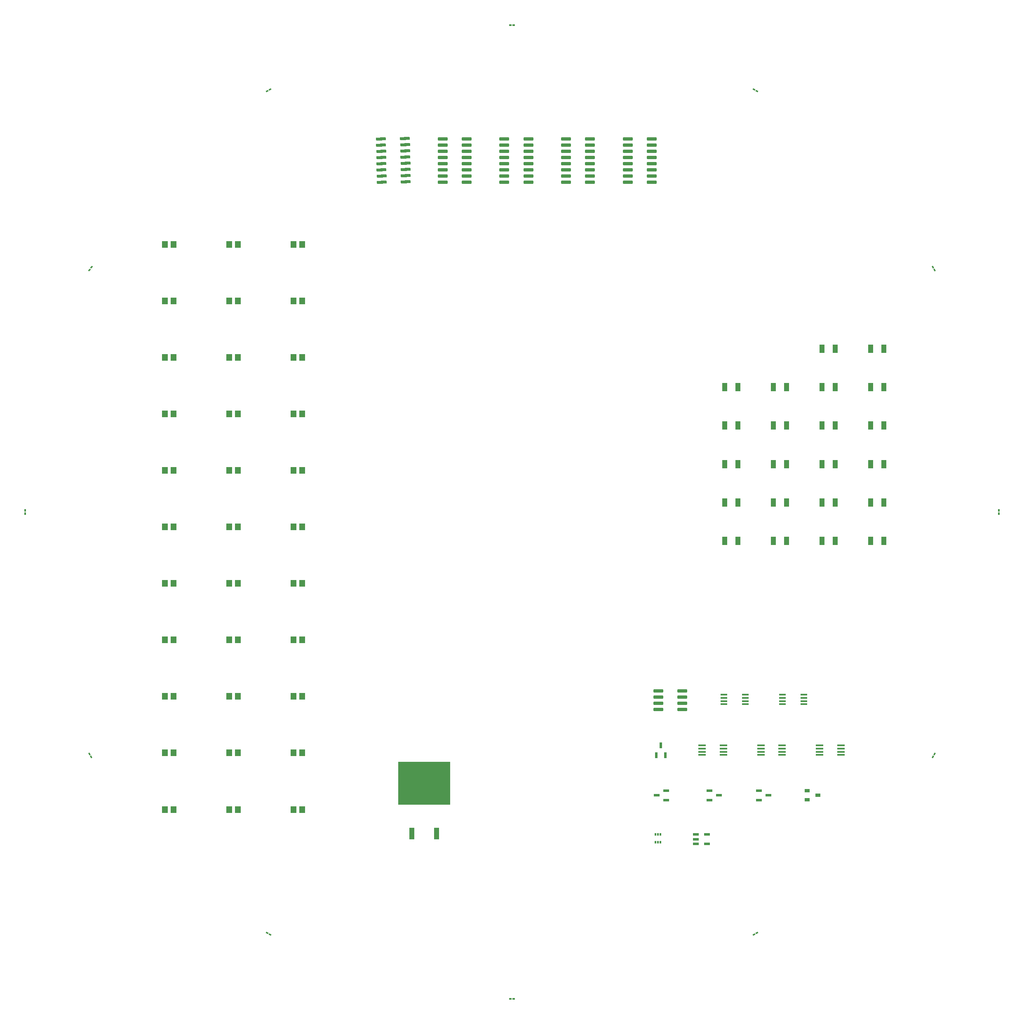
<source format=gtp>
G04*
G04 #@! TF.GenerationSoftware,Altium Limited,Altium Designer,20.2.3 (150)*
G04*
G04 Layer_Color=8421504*
%FSLAX25Y25*%
%MOIN*%
G70*
G04*
G04 #@! TF.SameCoordinates,FEBEBD62-9BCC-4C60-8B63-8EF99F169A48*
G04*
G04*
G04 #@! TF.FilePolarity,Positive*
G04*
G01*
G75*
%ADD16R,0.01260X0.02205*%
G04:AMPARAMS|DCode=17|XSize=77.56mil|YSize=23.62mil|CornerRadius=2.95mil|HoleSize=0mil|Usage=FLASHONLY|Rotation=180.000|XOffset=0mil|YOffset=0mil|HoleType=Round|Shape=RoundedRectangle|*
%AMROUNDEDRECTD17*
21,1,0.07756,0.01772,0,0,180.0*
21,1,0.07165,0.02362,0,0,180.0*
1,1,0.00591,-0.03583,0.00886*
1,1,0.00591,0.03583,0.00886*
1,1,0.00591,0.03583,-0.00886*
1,1,0.00591,-0.03583,-0.00886*
%
%ADD17ROUNDEDRECTD17*%
%ADD18R,0.05000X0.02200*%
%ADD19R,0.05900X0.01700*%
%ADD20R,0.05500X0.01700*%
G04:AMPARAMS|DCode=21|XSize=49.61mil|YSize=23.23mil|CornerRadius=2.9mil|HoleSize=0mil|Usage=FLASHONLY|Rotation=0.000|XOffset=0mil|YOffset=0mil|HoleType=Round|Shape=RoundedRectangle|*
%AMROUNDEDRECTD21*
21,1,0.04961,0.01742,0,0,0.0*
21,1,0.04380,0.02323,0,0,0.0*
1,1,0.00581,0.02190,-0.00871*
1,1,0.00581,-0.02190,-0.00871*
1,1,0.00581,-0.02190,0.00871*
1,1,0.00581,0.02190,0.00871*
%
%ADD21ROUNDEDRECTD21*%
G04:AMPARAMS|DCode=22|XSize=49.61mil|YSize=23.23mil|CornerRadius=2.9mil|HoleSize=0mil|Usage=FLASHONLY|Rotation=90.000|XOffset=0mil|YOffset=0mil|HoleType=Round|Shape=RoundedRectangle|*
%AMROUNDEDRECTD22*
21,1,0.04961,0.01742,0,0,90.0*
21,1,0.04380,0.02323,0,0,90.0*
1,1,0.00581,0.00871,0.02190*
1,1,0.00581,0.00871,-0.02190*
1,1,0.00581,-0.00871,-0.02190*
1,1,0.00581,-0.00871,0.02190*
%
%ADD22ROUNDEDRECTD22*%
G04:AMPARAMS|DCode=23|XSize=42.91mil|YSize=24.02mil|CornerRadius=3mil|HoleSize=0mil|Usage=FLASHONLY|Rotation=0.000|XOffset=0mil|YOffset=0mil|HoleType=Round|Shape=RoundedRectangle|*
%AMROUNDEDRECTD23*
21,1,0.04291,0.01801,0,0,0.0*
21,1,0.03691,0.02402,0,0,0.0*
1,1,0.00600,0.01846,-0.00901*
1,1,0.00600,-0.01846,-0.00901*
1,1,0.00600,-0.01846,0.00901*
1,1,0.00600,0.01846,0.00901*
%
%ADD23ROUNDEDRECTD23*%
%ADD24R,0.04331X0.06693*%
%ADD25R,0.04724X0.05512*%
G04:AMPARAMS|DCode=26|XSize=77.56mil|YSize=23.62mil|CornerRadius=2.95mil|HoleSize=0mil|Usage=FLASHONLY|Rotation=180.044|XOffset=0mil|YOffset=0mil|HoleType=Round|Shape=RoundedRectangle|*
%AMROUNDEDRECTD26*
21,1,0.07756,0.01772,0,0,180.0*
21,1,0.07165,0.02362,0,0,180.0*
1,1,0.00591,-0.03583,0.00883*
1,1,0.00591,0.03582,0.00889*
1,1,0.00591,0.03583,-0.00883*
1,1,0.00591,-0.03582,-0.00889*
%
%ADD26ROUNDEDRECTD26*%
%ADD27R,0.04134X0.09449*%
%ADD28R,0.41929X0.35039*%
G04:AMPARAMS|DCode=29|XSize=77.56mil|YSize=23.62mil|CornerRadius=2.95mil|HoleSize=0mil|Usage=FLASHONLY|Rotation=181.033|XOffset=0mil|YOffset=0mil|HoleType=Round|Shape=RoundedRectangle|*
%AMROUNDEDRECTD29*
21,1,0.07756,0.01772,0,0,181.0*
21,1,0.07165,0.02362,0,0,181.0*
1,1,0.00591,-0.03598,0.00821*
1,1,0.00591,0.03566,0.00950*
1,1,0.00591,0.03598,-0.00821*
1,1,0.00591,-0.03566,-0.00950*
%
%ADD29ROUNDEDRECTD29*%
G04:AMPARAMS|DCode=30|XSize=11.81mil|YSize=19.68mil|CornerRadius=0mil|HoleSize=0mil|Usage=FLASHONLY|Rotation=179.227|XOffset=0mil|YOffset=0mil|HoleType=Round|Shape=Rectangle|*
%AMROTATEDRECTD30*
4,1,4,0.00604,0.00976,0.00577,-0.00992,-0.00604,-0.00976,-0.00577,0.00992,0.00604,0.00976,0.0*
%
%ADD30ROTATEDRECTD30*%

%ADD31R,0.01968X0.01181*%
G04:AMPARAMS|DCode=32|XSize=11.81mil|YSize=19.68mil|CornerRadius=0mil|HoleSize=0mil|Usage=FLASHONLY|Rotation=239.828|XOffset=0mil|YOffset=0mil|HoleType=Round|Shape=Rectangle|*
%AMROTATEDRECTD32*
4,1,4,-0.00554,0.01005,0.01148,0.00016,0.00554,-0.01005,-0.01148,-0.00016,-0.00554,0.01005,0.0*
%
%ADD32ROTATEDRECTD32*%

G04:AMPARAMS|DCode=33|XSize=11.81mil|YSize=19.68mil|CornerRadius=0mil|HoleSize=0mil|Usage=FLASHONLY|Rotation=300.000|XOffset=0mil|YOffset=0mil|HoleType=Round|Shape=Rectangle|*
%AMROTATEDRECTD33*
4,1,4,-0.01148,0.00019,0.00557,0.01004,0.01148,-0.00019,-0.00557,-0.01004,-0.01148,0.00019,0.0*
%
%ADD33ROTATEDRECTD33*%

G04:AMPARAMS|DCode=34|XSize=11.81mil|YSize=19.68mil|CornerRadius=0mil|HoleSize=0mil|Usage=FLASHONLY|Rotation=143.067|XOffset=0mil|YOffset=0mil|HoleType=Round|Shape=Rectangle|*
%AMROTATEDRECTD34*
4,1,4,0.01064,0.00432,-0.00119,-0.01142,-0.01064,-0.00432,0.00119,0.01142,0.01064,0.00432,0.0*
%
%ADD34ROTATEDRECTD34*%

G04:AMPARAMS|DCode=35|XSize=11.81mil|YSize=19.68mil|CornerRadius=0mil|HoleSize=0mil|Usage=FLASHONLY|Rotation=0.225|XOffset=0mil|YOffset=0mil|HoleType=Round|Shape=Rectangle|*
%AMROTATEDRECTD35*
4,1,4,-0.00587,-0.00987,-0.00594,0.00982,0.00587,0.00987,0.00594,-0.00982,-0.00587,-0.00987,0.0*
%
%ADD35ROTATEDRECTD35*%

G04:AMPARAMS|DCode=36|XSize=11.81mil|YSize=19.68mil|CornerRadius=0mil|HoleSize=0mil|Usage=FLASHONLY|Rotation=29.737|XOffset=0mil|YOffset=0mil|HoleType=Round|Shape=Rectangle|*
%AMROTATEDRECTD36*
4,1,4,-0.00025,-0.01148,-0.01001,0.00562,0.00025,0.01148,0.01001,-0.00562,-0.00025,-0.01148,0.0*
%
%ADD36ROTATEDRECTD36*%

G04:AMPARAMS|DCode=37|XSize=11.81mil|YSize=19.68mil|CornerRadius=0mil|HoleSize=0mil|Usage=FLASHONLY|Rotation=150.000|XOffset=0mil|YOffset=0mil|HoleType=Round|Shape=Rectangle|*
%AMROTATEDRECTD37*
4,1,4,0.01004,0.00557,0.00019,-0.01148,-0.01004,-0.00557,-0.00019,0.01148,0.01004,0.00557,0.0*
%
%ADD37ROTATEDRECTD37*%

D16*
X553064Y166179D02*
D03*
X549127Y172360D02*
D03*
X551096D02*
D03*
X553064D02*
D03*
X551096Y166179D02*
D03*
X549127D02*
D03*
D17*
X551289Y273442D02*
D03*
Y278442D02*
D03*
Y283442D02*
D03*
Y288442D02*
D03*
X570738D02*
D03*
Y283442D02*
D03*
Y278442D02*
D03*
Y273442D02*
D03*
X526587Y699742D02*
D03*
X526587Y704742D02*
D03*
X526587Y709742D02*
D03*
Y714742D02*
D03*
Y719742D02*
D03*
Y724742D02*
D03*
Y729742D02*
D03*
Y734742D02*
D03*
X546075D02*
D03*
X546076Y729742D02*
D03*
Y724742D02*
D03*
Y719742D02*
D03*
Y714742D02*
D03*
Y709742D02*
D03*
Y704742D02*
D03*
Y699742D02*
D03*
X426800Y699742D02*
D03*
Y704742D02*
D03*
Y709742D02*
D03*
Y714742D02*
D03*
Y719742D02*
D03*
Y724742D02*
D03*
Y729742D02*
D03*
Y734742D02*
D03*
X446288D02*
D03*
Y729742D02*
D03*
Y724742D02*
D03*
X446288Y719742D02*
D03*
X446288Y714742D02*
D03*
Y709742D02*
D03*
Y704742D02*
D03*
Y699742D02*
D03*
X476694Y699742D02*
D03*
X476694Y704742D02*
D03*
X476694Y709742D02*
D03*
X476694Y714742D02*
D03*
X476694Y719742D02*
D03*
Y724742D02*
D03*
Y729742D02*
D03*
Y734742D02*
D03*
X496182D02*
D03*
Y729742D02*
D03*
Y724742D02*
D03*
Y719742D02*
D03*
X496182Y714742D02*
D03*
Y709742D02*
D03*
Y704742D02*
D03*
Y699742D02*
D03*
D18*
X590703Y172362D02*
D03*
Y164762D02*
D03*
X581703D02*
D03*
Y168562D02*
D03*
Y172362D02*
D03*
D19*
X681850Y236729D02*
D03*
Y239229D02*
D03*
Y241829D02*
D03*
Y244329D02*
D03*
X699050D02*
D03*
Y241829D02*
D03*
Y239229D02*
D03*
Y236729D02*
D03*
X634328D02*
D03*
Y239229D02*
D03*
Y241829D02*
D03*
Y244329D02*
D03*
X651528D02*
D03*
Y241829D02*
D03*
Y239229D02*
D03*
Y236729D02*
D03*
X586806D02*
D03*
Y239229D02*
D03*
Y241829D02*
D03*
Y244329D02*
D03*
X604006D02*
D03*
Y241829D02*
D03*
Y239229D02*
D03*
Y236729D02*
D03*
D20*
X621879Y285326D02*
D03*
Y282767D02*
D03*
Y280208D02*
D03*
Y277649D02*
D03*
X604479D02*
D03*
Y280208D02*
D03*
Y282767D02*
D03*
Y285326D02*
D03*
X669201D02*
D03*
Y282767D02*
D03*
Y280208D02*
D03*
Y277649D02*
D03*
X651801D02*
D03*
Y280208D02*
D03*
Y282767D02*
D03*
Y285326D02*
D03*
D21*
X640528Y203896D02*
D03*
X632811Y200155D02*
D03*
Y207636D02*
D03*
X549892Y203896D02*
D03*
X557608Y207636D02*
D03*
Y200155D02*
D03*
X600522Y203896D02*
D03*
X592805Y200155D02*
D03*
Y207636D02*
D03*
D22*
X553423Y244249D02*
D03*
X557163Y236532D02*
D03*
X549682D02*
D03*
D23*
X671873Y200392D02*
D03*
X680298Y203994D02*
D03*
X671873Y207596D02*
D03*
D24*
X733708Y409652D02*
D03*
X723078D02*
D03*
X694325D02*
D03*
X683695D02*
D03*
X654943D02*
D03*
X644313D02*
D03*
X615560D02*
D03*
X604930D02*
D03*
X733708Y440767D02*
D03*
X723078D02*
D03*
X694325D02*
D03*
X683695D02*
D03*
X654942D02*
D03*
X644313D02*
D03*
X615560D02*
D03*
X604930D02*
D03*
X733708Y471882D02*
D03*
X723078D02*
D03*
X694325D02*
D03*
X683695D02*
D03*
X654943D02*
D03*
X644313D02*
D03*
X615560D02*
D03*
X604930D02*
D03*
X733708Y502997D02*
D03*
X723078D02*
D03*
X694325D02*
D03*
X683695D02*
D03*
X654943D02*
D03*
X644313D02*
D03*
X615560D02*
D03*
X604930D02*
D03*
X733708Y534112D02*
D03*
X723078D02*
D03*
X694325D02*
D03*
X683695D02*
D03*
X654942D02*
D03*
X644312D02*
D03*
X615560D02*
D03*
X604930D02*
D03*
X733708Y565226D02*
D03*
X723078D02*
D03*
X694325D02*
D03*
X683695D02*
D03*
D25*
X159536Y649372D02*
D03*
X152450Y649372D02*
D03*
X211517Y649372D02*
D03*
X204431Y649372D02*
D03*
X263498D02*
D03*
X256412Y649372D02*
D03*
X159536Y603690D02*
D03*
X152450D02*
D03*
X211517D02*
D03*
X204431D02*
D03*
X263498D02*
D03*
X256412D02*
D03*
X159536Y558008D02*
D03*
X152450D02*
D03*
X211517D02*
D03*
X204431D02*
D03*
X263498D02*
D03*
X256412D02*
D03*
X159536Y512326D02*
D03*
X152450D02*
D03*
X211517D02*
D03*
X204431D02*
D03*
X263498D02*
D03*
X256412D02*
D03*
X159536Y466644D02*
D03*
X152450D02*
D03*
X211517D02*
D03*
X204431D02*
D03*
X263498D02*
D03*
X256412D02*
D03*
X159536Y420962D02*
D03*
X152450D02*
D03*
X211517D02*
D03*
X204431D02*
D03*
X263498D02*
D03*
X256412D02*
D03*
X152450Y375281D02*
D03*
X159536D02*
D03*
X211517D02*
D03*
X204431D02*
D03*
X263498D02*
D03*
X256412D02*
D03*
X159536Y329599D02*
D03*
X152450D02*
D03*
X211517D02*
D03*
X204431D02*
D03*
X263498D02*
D03*
X256412D02*
D03*
X159536Y283917D02*
D03*
X152450D02*
D03*
X211517D02*
D03*
X204431D02*
D03*
X263498D02*
D03*
X256412D02*
D03*
X159536Y238235D02*
D03*
X152450D02*
D03*
X211517D02*
D03*
X204431D02*
D03*
X263498D02*
D03*
X256412D02*
D03*
X159536Y192553D02*
D03*
X152450D02*
D03*
X211517D02*
D03*
X204431D02*
D03*
X263498D02*
D03*
X256412D02*
D03*
D26*
X376936Y699745D02*
D03*
X376932Y704745D02*
D03*
X376928Y709745D02*
D03*
X376925Y714745D02*
D03*
X376921Y719745D02*
D03*
X376917Y724745D02*
D03*
X376913Y729745D02*
D03*
X376909Y734745D02*
D03*
X396397Y734760D02*
D03*
X396401Y729760D02*
D03*
X396405Y724760D02*
D03*
X396409Y719760D02*
D03*
X396413Y714760D02*
D03*
X396416Y709760D02*
D03*
X396420Y704760D02*
D03*
X396424Y699760D02*
D03*
D27*
X352017Y173128D02*
D03*
X372017D02*
D03*
D28*
X362017Y213876D02*
D03*
D29*
X327692Y699819D02*
D03*
X327602Y704818D02*
D03*
X327512Y709817D02*
D03*
X327422Y714816D02*
D03*
X327332Y719815D02*
D03*
X327241Y724814D02*
D03*
X327151Y729814D02*
D03*
X327061Y734813D02*
D03*
X346546Y735164D02*
D03*
X346636Y730165D02*
D03*
X346726Y725166D02*
D03*
X346817Y720167D02*
D03*
X346907Y715167D02*
D03*
X346997Y710168D02*
D03*
X347087Y705169D02*
D03*
X347177Y700170D02*
D03*
D30*
X826790Y434449D02*
D03*
X826753Y431693D02*
D03*
D31*
X431693Y826772D02*
D03*
X434449Y826772D02*
D03*
Y39370D02*
D03*
X431693D02*
D03*
D32*
X628730Y774718D02*
D03*
X631113Y773333D02*
D03*
X237414Y91427D02*
D03*
X235027Y92805D02*
D03*
D33*
Y773337D02*
D03*
X237414Y774715D02*
D03*
X631115Y92805D02*
D03*
X628728Y91427D02*
D03*
D34*
X92985Y630971D02*
D03*
X91329Y628768D02*
D03*
D35*
X39375Y431693D02*
D03*
X39364Y434449D02*
D03*
D36*
X92799Y235024D02*
D03*
X91432Y237417D02*
D03*
X773337Y631115D02*
D03*
X774715Y628728D02*
D03*
D37*
Y237414D02*
D03*
X773337Y235027D02*
D03*
M02*

</source>
